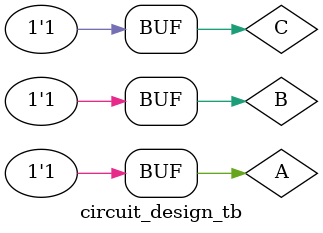
<source format=v>
module circuit_design(A,B,C,out);
input A,B,C;
output out;
wire w1,w2;
not b1(w1,A);
and a1(w2,B,C);
nand c1(out,w1,w2);
endmodule
module circuit_design_tb;
reg A,B,C;
wire out;
circuit_design a1(A,B,C,out);
initial 
begin
    A=0;B=0;C=0;
    $monitor("TIme=%0t, A=%b, B=%b, C=%b, Output=%b", $time, A,B,C, out);
    #10 A=0;B=0;C=1;
    #10 A=0;B=1;C=0;
    #10 A=0;B=1;C=1;
    #10 A=1;B=0;C=0;
    #10 A=1;B=0;C=1;
    #10 A=1;B=1;C=0;
    #10 A=1;B=1;C=1;
end
endmodule
</source>
